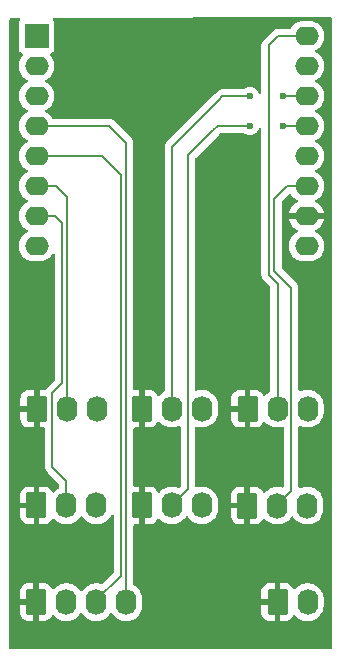
<source format=gtl>
G04 #@! TF.GenerationSoftware,KiCad,Pcbnew,8.0.4*
G04 #@! TF.CreationDate,2024-07-25T20:30:30+02:00*
G04 #@! TF.ProjectId,hmmctrl,686d6d63-7472-46c2-9e6b-696361645f70,rev?*
G04 #@! TF.SameCoordinates,Original*
G04 #@! TF.FileFunction,Copper,L1,Top*
G04 #@! TF.FilePolarity,Positive*
%FSLAX46Y46*%
G04 Gerber Fmt 4.6, Leading zero omitted, Abs format (unit mm)*
G04 Created by KiCad (PCBNEW 8.0.4) date 2024-07-25 20:30:30*
%MOMM*%
%LPD*%
G01*
G04 APERTURE LIST*
G04 Aperture macros list*
%AMRoundRect*
0 Rectangle with rounded corners*
0 $1 Rounding radius*
0 $2 $3 $4 $5 $6 $7 $8 $9 X,Y pos of 4 corners*
0 Add a 4 corners polygon primitive as box body*
4,1,4,$2,$3,$4,$5,$6,$7,$8,$9,$2,$3,0*
0 Add four circle primitives for the rounded corners*
1,1,$1+$1,$2,$3*
1,1,$1+$1,$4,$5*
1,1,$1+$1,$6,$7*
1,1,$1+$1,$8,$9*
0 Add four rect primitives between the rounded corners*
20,1,$1+$1,$2,$3,$4,$5,0*
20,1,$1+$1,$4,$5,$6,$7,0*
20,1,$1+$1,$6,$7,$8,$9,0*
20,1,$1+$1,$8,$9,$2,$3,0*%
G04 Aperture macros list end*
G04 #@! TA.AperFunction,ComponentPad*
%ADD10RoundRect,0.250000X-0.620000X-0.845000X0.620000X-0.845000X0.620000X0.845000X-0.620000X0.845000X0*%
G04 #@! TD*
G04 #@! TA.AperFunction,ComponentPad*
%ADD11O,1.740000X2.190000*%
G04 #@! TD*
G04 #@! TA.AperFunction,ComponentPad*
%ADD12R,2.000000X2.000000*%
G04 #@! TD*
G04 #@! TA.AperFunction,ComponentPad*
%ADD13O,2.000000X1.600000*%
G04 #@! TD*
G04 #@! TA.AperFunction,ViaPad*
%ADD14C,0.600000*%
G04 #@! TD*
G04 #@! TA.AperFunction,Conductor*
%ADD15C,0.200000*%
G04 #@! TD*
G04 APERTURE END LIST*
D10*
X90730000Y-86230000D03*
D11*
X93270000Y-86230000D03*
X95810000Y-86230000D03*
X98350000Y-86230000D03*
D10*
X90760000Y-69850000D03*
D11*
X93300000Y-69850000D03*
X95840000Y-69850000D03*
D10*
X99675000Y-78050000D03*
D11*
X102215000Y-78050000D03*
X104755000Y-78050000D03*
X95830000Y-78050000D03*
X93290000Y-78050000D03*
D10*
X90750000Y-78050000D03*
X108620000Y-69850000D03*
D11*
X111160000Y-69850000D03*
X113700000Y-69850000D03*
D10*
X99670000Y-69850000D03*
D11*
X102210000Y-69850000D03*
X104750000Y-69850000D03*
D10*
X111160000Y-86230000D03*
D11*
X113700000Y-86230000D03*
D10*
X108600000Y-78055000D03*
D11*
X111140000Y-78055000D03*
X113680000Y-78055000D03*
D12*
X90755000Y-38310000D03*
D13*
X90755000Y-40850000D03*
X90755000Y-43390000D03*
X90755000Y-45930000D03*
X90755000Y-48470000D03*
X90755000Y-51010000D03*
X90755000Y-53550000D03*
X90755000Y-56090000D03*
X113615000Y-56090000D03*
X113615000Y-53550000D03*
X113615000Y-51010000D03*
X113615000Y-48470000D03*
X113615000Y-45930000D03*
X113615000Y-43390000D03*
X113615000Y-40850000D03*
X113615000Y-38310000D03*
D14*
X111600000Y-43400000D03*
X108800000Y-43400000D03*
X111600000Y-45900000D03*
X108800000Y-45900000D03*
D15*
X90755000Y-53550000D02*
X92350000Y-53550000D01*
X92350000Y-53550000D02*
X92900000Y-54100000D01*
X92900000Y-54100000D02*
X92900000Y-67700000D01*
X92900000Y-67700000D02*
X92100000Y-68500000D01*
X92100000Y-74800000D02*
X93290000Y-75990000D01*
X92100000Y-68500000D02*
X92100000Y-74800000D01*
X93290000Y-75990000D02*
X93290000Y-78050000D01*
X111140000Y-78055000D02*
X112330000Y-76865000D01*
X112330000Y-76865000D02*
X112330000Y-59630000D01*
X112330000Y-59630000D02*
X110900000Y-58200000D01*
X110900000Y-58200000D02*
X110900000Y-52100000D01*
X110900000Y-52100000D02*
X111990000Y-51010000D01*
X111990000Y-51010000D02*
X113615000Y-51010000D01*
X111160000Y-69850000D02*
X111160000Y-59260000D01*
X110400000Y-58500000D02*
X110400000Y-39100000D01*
X111160000Y-59260000D02*
X110400000Y-58500000D01*
X110400000Y-39100000D02*
X111190000Y-38310000D01*
X111190000Y-38310000D02*
X113615000Y-38310000D01*
X93300000Y-51900000D02*
X92400000Y-51000000D01*
X93300000Y-69850000D02*
X93300000Y-51900000D01*
X92400000Y-51000000D02*
X92390000Y-51010000D01*
X92390000Y-51010000D02*
X90755000Y-51010000D01*
X95810000Y-86230000D02*
X95810000Y-86090000D01*
X95810000Y-86090000D02*
X97900000Y-84000000D01*
X97900000Y-84000000D02*
X97900000Y-50100000D01*
X97900000Y-50100000D02*
X96270000Y-48470000D01*
X96270000Y-48470000D02*
X90755000Y-48470000D01*
X90755000Y-45930000D02*
X96930000Y-45930000D01*
X96930000Y-45930000D02*
X98350000Y-47350000D01*
X98350000Y-47350000D02*
X98350000Y-86230000D01*
X113615000Y-43390000D02*
X111610000Y-43390000D01*
X111600000Y-43400000D02*
X111610000Y-43390000D01*
X106500000Y-43400000D02*
X108800000Y-43400000D01*
X106200000Y-43700000D02*
X106500000Y-43400000D01*
X102210000Y-69850000D02*
X102210000Y-47690000D01*
X102210000Y-47690000D02*
X106200000Y-43700000D01*
X111600000Y-45900000D02*
X111700000Y-45900000D01*
X111700000Y-45900000D02*
X111730000Y-45930000D01*
X111730000Y-45930000D02*
X113615000Y-45930000D01*
X108800000Y-45900000D02*
X108700000Y-45900000D01*
X105700000Y-46300000D02*
X106100000Y-45900000D01*
X106100000Y-45900000D02*
X108800000Y-45900000D01*
X102215000Y-78050000D02*
X103580000Y-76685000D01*
X103580000Y-76685000D02*
X103580000Y-48420000D01*
X103580000Y-48420000D02*
X105700000Y-46300000D01*
G04 #@! TA.AperFunction,Conductor*
G36*
X115692170Y-36721654D02*
G01*
X115738112Y-36774296D01*
X115749500Y-36826206D01*
X115749500Y-90075500D01*
X115729815Y-90142539D01*
X115677011Y-90188294D01*
X115625500Y-90199500D01*
X88574500Y-90199500D01*
X88507461Y-90179815D01*
X88461706Y-90127011D01*
X88450500Y-90075500D01*
X88450500Y-36921793D01*
X88470185Y-36854754D01*
X88522989Y-36808999D01*
X88574058Y-36797794D01*
X89266907Y-36795346D01*
X89334013Y-36814793D01*
X89379955Y-36867435D01*
X89390142Y-36936558D01*
X89366610Y-36993656D01*
X89311204Y-37067668D01*
X89311202Y-37067671D01*
X89260908Y-37202517D01*
X89254501Y-37262116D01*
X89254501Y-37262123D01*
X89254500Y-37262135D01*
X89254500Y-39357870D01*
X89254501Y-39357876D01*
X89260908Y-39417483D01*
X89311202Y-39552328D01*
X89311206Y-39552335D01*
X89397452Y-39667544D01*
X89397455Y-39667547D01*
X89512664Y-39753793D01*
X89512673Y-39753798D01*
X89549914Y-39767688D01*
X89605848Y-39809559D01*
X89630266Y-39875023D01*
X89615415Y-39943296D01*
X89594265Y-39971550D01*
X89563027Y-40002787D01*
X89442715Y-40168386D01*
X89349781Y-40350776D01*
X89286522Y-40545465D01*
X89254500Y-40747648D01*
X89254500Y-40952351D01*
X89286522Y-41154534D01*
X89349781Y-41349223D01*
X89442715Y-41531613D01*
X89563028Y-41697213D01*
X89707786Y-41841971D01*
X89862749Y-41954556D01*
X89873390Y-41962287D01*
X89964840Y-42008883D01*
X89966080Y-42009515D01*
X90016876Y-42057490D01*
X90033671Y-42125311D01*
X90011134Y-42191446D01*
X89966080Y-42230485D01*
X89873386Y-42277715D01*
X89707786Y-42398028D01*
X89563028Y-42542786D01*
X89442715Y-42708386D01*
X89349781Y-42890776D01*
X89286522Y-43085465D01*
X89254500Y-43287648D01*
X89254500Y-43492351D01*
X89286522Y-43694534D01*
X89349781Y-43889223D01*
X89413691Y-44014653D01*
X89441238Y-44068716D01*
X89442715Y-44071613D01*
X89563028Y-44237213D01*
X89707786Y-44381971D01*
X89862749Y-44494556D01*
X89873390Y-44502287D01*
X89964840Y-44548883D01*
X89966080Y-44549515D01*
X90016876Y-44597490D01*
X90033671Y-44665311D01*
X90011134Y-44731446D01*
X89966080Y-44770485D01*
X89873386Y-44817715D01*
X89707786Y-44938028D01*
X89563028Y-45082786D01*
X89442715Y-45248386D01*
X89349781Y-45430776D01*
X89286522Y-45625465D01*
X89254500Y-45827648D01*
X89254500Y-46032351D01*
X89286522Y-46234534D01*
X89349781Y-46429223D01*
X89410001Y-46547409D01*
X89430726Y-46588085D01*
X89442715Y-46611613D01*
X89563028Y-46777213D01*
X89707786Y-46921971D01*
X89862749Y-47034556D01*
X89873390Y-47042287D01*
X89964840Y-47088883D01*
X89966080Y-47089515D01*
X90016876Y-47137490D01*
X90033671Y-47205311D01*
X90011134Y-47271446D01*
X89966080Y-47310485D01*
X89873388Y-47357714D01*
X89707786Y-47478028D01*
X89563028Y-47622786D01*
X89442715Y-47788386D01*
X89349781Y-47970776D01*
X89286522Y-48165465D01*
X89254500Y-48367648D01*
X89254500Y-48572351D01*
X89286522Y-48774534D01*
X89349781Y-48969223D01*
X89442715Y-49151613D01*
X89563028Y-49317213D01*
X89707786Y-49461971D01*
X89862749Y-49574556D01*
X89873390Y-49582287D01*
X89964840Y-49628883D01*
X89966080Y-49629515D01*
X90016876Y-49677490D01*
X90033671Y-49745311D01*
X90011134Y-49811446D01*
X89966080Y-49850485D01*
X89873386Y-49897715D01*
X89707786Y-50018028D01*
X89563028Y-50162786D01*
X89442715Y-50328386D01*
X89349781Y-50510776D01*
X89286522Y-50705465D01*
X89254500Y-50907648D01*
X89254500Y-51112351D01*
X89286522Y-51314534D01*
X89349781Y-51509223D01*
X89401385Y-51610500D01*
X89437682Y-51681737D01*
X89442715Y-51691613D01*
X89563028Y-51857213D01*
X89707786Y-52001971D01*
X89859804Y-52112416D01*
X89873390Y-52122287D01*
X89964840Y-52168883D01*
X89966080Y-52169515D01*
X90016876Y-52217490D01*
X90033671Y-52285311D01*
X90011134Y-52351446D01*
X89966080Y-52390485D01*
X89873386Y-52437715D01*
X89707786Y-52558028D01*
X89563028Y-52702786D01*
X89442715Y-52868386D01*
X89349781Y-53050776D01*
X89286522Y-53245465D01*
X89254500Y-53447648D01*
X89254500Y-53652351D01*
X89286522Y-53854534D01*
X89349781Y-54049223D01*
X89442715Y-54231613D01*
X89563028Y-54397213D01*
X89707786Y-54541971D01*
X89862749Y-54654556D01*
X89873390Y-54662287D01*
X89964840Y-54708883D01*
X89966080Y-54709515D01*
X90016876Y-54757490D01*
X90033671Y-54825311D01*
X90011134Y-54891446D01*
X89966080Y-54930485D01*
X89873386Y-54977715D01*
X89707786Y-55098028D01*
X89563028Y-55242786D01*
X89442715Y-55408386D01*
X89349781Y-55590776D01*
X89286522Y-55785465D01*
X89254500Y-55987648D01*
X89254500Y-56192351D01*
X89286522Y-56394534D01*
X89349781Y-56589223D01*
X89410941Y-56709254D01*
X89440649Y-56767560D01*
X89442715Y-56771613D01*
X89563028Y-56937213D01*
X89707786Y-57081971D01*
X89862749Y-57194556D01*
X89873390Y-57202287D01*
X89989607Y-57261503D01*
X90055776Y-57295218D01*
X90055778Y-57295218D01*
X90055781Y-57295220D01*
X90160137Y-57329127D01*
X90250465Y-57358477D01*
X90351557Y-57374488D01*
X90452648Y-57390500D01*
X90452649Y-57390500D01*
X91057351Y-57390500D01*
X91057352Y-57390500D01*
X91259534Y-57358477D01*
X91454219Y-57295220D01*
X91636610Y-57202287D01*
X91729590Y-57134732D01*
X91802213Y-57081971D01*
X91802215Y-57081968D01*
X91802219Y-57081966D01*
X91946966Y-56937219D01*
X91946968Y-56937215D01*
X91946971Y-56937213D01*
X92067286Y-56771611D01*
X92069769Y-56767560D01*
X92121577Y-56720681D01*
X92190506Y-56709254D01*
X92254671Y-56736907D01*
X92293699Y-56794860D01*
X92299500Y-56832343D01*
X92299500Y-67399902D01*
X92279815Y-67466941D01*
X92263181Y-67487583D01*
X91619481Y-68131282D01*
X91619477Y-68131287D01*
X91591054Y-68180519D01*
X91591050Y-68180526D01*
X91581606Y-68196881D01*
X91531036Y-68245093D01*
X91462428Y-68258312D01*
X91461622Y-68258232D01*
X91429991Y-68255000D01*
X91010000Y-68255000D01*
X91010000Y-69307290D01*
X90989661Y-69295548D01*
X90838333Y-69255000D01*
X90681667Y-69255000D01*
X90530339Y-69295548D01*
X90510000Y-69307290D01*
X90510000Y-68255000D01*
X90090028Y-68255000D01*
X90090012Y-68255001D01*
X89987302Y-68265494D01*
X89820880Y-68320641D01*
X89820875Y-68320643D01*
X89671654Y-68412684D01*
X89547684Y-68536654D01*
X89455643Y-68685875D01*
X89455641Y-68685880D01*
X89400494Y-68852302D01*
X89400493Y-68852309D01*
X89390000Y-68955013D01*
X89390000Y-69600000D01*
X90217291Y-69600000D01*
X90205548Y-69620339D01*
X90165000Y-69771667D01*
X90165000Y-69928333D01*
X90205548Y-70079661D01*
X90217291Y-70100000D01*
X89390001Y-70100000D01*
X89390001Y-70744986D01*
X89400494Y-70847697D01*
X89455641Y-71014119D01*
X89455643Y-71014124D01*
X89547684Y-71163345D01*
X89671654Y-71287315D01*
X89820875Y-71379356D01*
X89820880Y-71379358D01*
X89987302Y-71434505D01*
X89987309Y-71434506D01*
X90090019Y-71444999D01*
X90509999Y-71444999D01*
X90510000Y-71444998D01*
X90510000Y-70392709D01*
X90530339Y-70404452D01*
X90681667Y-70445000D01*
X90838333Y-70445000D01*
X90989661Y-70404452D01*
X91010000Y-70392709D01*
X91010000Y-71444999D01*
X91375500Y-71444999D01*
X91442539Y-71464684D01*
X91488294Y-71517488D01*
X91499500Y-71568999D01*
X91499500Y-74713330D01*
X91499499Y-74713348D01*
X91499499Y-74879054D01*
X91499498Y-74879054D01*
X91540423Y-75031785D01*
X91569358Y-75081900D01*
X91569359Y-75081904D01*
X91569360Y-75081904D01*
X91619479Y-75168714D01*
X91619481Y-75168717D01*
X91738349Y-75287585D01*
X91738355Y-75287590D01*
X92653181Y-76202416D01*
X92686666Y-76263739D01*
X92689500Y-76290097D01*
X92689500Y-76516833D01*
X92669815Y-76583872D01*
X92621796Y-76627317D01*
X92571703Y-76652841D01*
X92397180Y-76779640D01*
X92254816Y-76922004D01*
X92193493Y-76955488D01*
X92123801Y-76950504D01*
X92067868Y-76908632D01*
X92054748Y-76886716D01*
X92054356Y-76885876D01*
X91962315Y-76736654D01*
X91838345Y-76612684D01*
X91689124Y-76520643D01*
X91689119Y-76520641D01*
X91522697Y-76465494D01*
X91522690Y-76465493D01*
X91419986Y-76455000D01*
X91000000Y-76455000D01*
X91000000Y-77507290D01*
X90979661Y-77495548D01*
X90828333Y-77455000D01*
X90671667Y-77455000D01*
X90520339Y-77495548D01*
X90500000Y-77507290D01*
X90500000Y-76455000D01*
X90080028Y-76455000D01*
X90080012Y-76455001D01*
X89977302Y-76465494D01*
X89810880Y-76520641D01*
X89810875Y-76520643D01*
X89661654Y-76612684D01*
X89537684Y-76736654D01*
X89445643Y-76885875D01*
X89445641Y-76885880D01*
X89390494Y-77052302D01*
X89390493Y-77052309D01*
X89380000Y-77155013D01*
X89380000Y-77800000D01*
X90207291Y-77800000D01*
X90195548Y-77820339D01*
X90155000Y-77971667D01*
X90155000Y-78128333D01*
X90195548Y-78279661D01*
X90207291Y-78300000D01*
X89380001Y-78300000D01*
X89380001Y-78944986D01*
X89390494Y-79047697D01*
X89445641Y-79214119D01*
X89445643Y-79214124D01*
X89537684Y-79363345D01*
X89661654Y-79487315D01*
X89810875Y-79579356D01*
X89810880Y-79579358D01*
X89977302Y-79634505D01*
X89977309Y-79634506D01*
X90080019Y-79644999D01*
X90499999Y-79644999D01*
X90500000Y-79644998D01*
X90500000Y-78592709D01*
X90520339Y-78604452D01*
X90671667Y-78645000D01*
X90828333Y-78645000D01*
X90979661Y-78604452D01*
X91000000Y-78592709D01*
X91000000Y-79644999D01*
X91419972Y-79644999D01*
X91419986Y-79644998D01*
X91522697Y-79634505D01*
X91689119Y-79579358D01*
X91689124Y-79579356D01*
X91838345Y-79487315D01*
X91962315Y-79363345D01*
X92054354Y-79214127D01*
X92054745Y-79213289D01*
X92055167Y-79212809D01*
X92058149Y-79207975D01*
X92058974Y-79208484D01*
X92100910Y-79160843D01*
X92168100Y-79141681D01*
X92234984Y-79161887D01*
X92254816Y-79177996D01*
X92397179Y-79320359D01*
X92571701Y-79447157D01*
X92763911Y-79545092D01*
X92969074Y-79611754D01*
X93048973Y-79624408D01*
X93182134Y-79645500D01*
X93182139Y-79645500D01*
X93397866Y-79645500D01*
X93516230Y-79626752D01*
X93610926Y-79611754D01*
X93816089Y-79545092D01*
X94008299Y-79447157D01*
X94182821Y-79320359D01*
X94335359Y-79167821D01*
X94459682Y-78996704D01*
X94515012Y-78954040D01*
X94584626Y-78948061D01*
X94646420Y-78980667D01*
X94660315Y-78996702D01*
X94784641Y-79167821D01*
X94937179Y-79320359D01*
X95111701Y-79447157D01*
X95303911Y-79545092D01*
X95509074Y-79611754D01*
X95588973Y-79624408D01*
X95722134Y-79645500D01*
X95722139Y-79645500D01*
X95937866Y-79645500D01*
X96056230Y-79626752D01*
X96150926Y-79611754D01*
X96356089Y-79545092D01*
X96548299Y-79447157D01*
X96722821Y-79320359D01*
X96875359Y-79167821D01*
X97002157Y-78993299D01*
X97025207Y-78948061D01*
X97065015Y-78869933D01*
X97112989Y-78819136D01*
X97180810Y-78802341D01*
X97246945Y-78824878D01*
X97290397Y-78879593D01*
X97299500Y-78926227D01*
X97299500Y-83699902D01*
X97279815Y-83766941D01*
X97263181Y-83787583D01*
X96374549Y-84676214D01*
X96313226Y-84709699D01*
X96248551Y-84706464D01*
X96130927Y-84668246D01*
X96130922Y-84668245D01*
X95917866Y-84634500D01*
X95917861Y-84634500D01*
X95702139Y-84634500D01*
X95702134Y-84634500D01*
X95489077Y-84668245D01*
X95283908Y-84734909D01*
X95091700Y-84832843D01*
X94992129Y-84905186D01*
X94917179Y-84959641D01*
X94917177Y-84959643D01*
X94917176Y-84959643D01*
X94764643Y-85112176D01*
X94764643Y-85112177D01*
X94764641Y-85112179D01*
X94747706Y-85135488D01*
X94640318Y-85283294D01*
X94584988Y-85325959D01*
X94515374Y-85331938D01*
X94453579Y-85299332D01*
X94439682Y-85283294D01*
X94402639Y-85232309D01*
X94315359Y-85112179D01*
X94162821Y-84959641D01*
X93988299Y-84832843D01*
X93796089Y-84734908D01*
X93590926Y-84668246D01*
X93590924Y-84668245D01*
X93590922Y-84668245D01*
X93377866Y-84634500D01*
X93377861Y-84634500D01*
X93162139Y-84634500D01*
X93162134Y-84634500D01*
X92949077Y-84668245D01*
X92743908Y-84734909D01*
X92551700Y-84832843D01*
X92377180Y-84959640D01*
X92234816Y-85102004D01*
X92173493Y-85135488D01*
X92103801Y-85130504D01*
X92047868Y-85088632D01*
X92034748Y-85066716D01*
X92034356Y-85065876D01*
X91942315Y-84916654D01*
X91818345Y-84792684D01*
X91669124Y-84700643D01*
X91669119Y-84700641D01*
X91502697Y-84645494D01*
X91502690Y-84645493D01*
X91399986Y-84635000D01*
X90980000Y-84635000D01*
X90980000Y-85687290D01*
X90959661Y-85675548D01*
X90808333Y-85635000D01*
X90651667Y-85635000D01*
X90500339Y-85675548D01*
X90480000Y-85687290D01*
X90480000Y-84635000D01*
X90060028Y-84635000D01*
X90060012Y-84635001D01*
X89957302Y-84645494D01*
X89790880Y-84700641D01*
X89790875Y-84700643D01*
X89641654Y-84792684D01*
X89517684Y-84916654D01*
X89425643Y-85065875D01*
X89425641Y-85065880D01*
X89370494Y-85232302D01*
X89370493Y-85232309D01*
X89360000Y-85335013D01*
X89360000Y-85980000D01*
X90187291Y-85980000D01*
X90175548Y-86000339D01*
X90135000Y-86151667D01*
X90135000Y-86308333D01*
X90175548Y-86459661D01*
X90187291Y-86480000D01*
X89360001Y-86480000D01*
X89360001Y-87124986D01*
X89370494Y-87227697D01*
X89425641Y-87394119D01*
X89425643Y-87394124D01*
X89517684Y-87543345D01*
X89641654Y-87667315D01*
X89790875Y-87759356D01*
X89790880Y-87759358D01*
X89957302Y-87814505D01*
X89957309Y-87814506D01*
X90060019Y-87824999D01*
X90479999Y-87824999D01*
X90480000Y-87824998D01*
X90480000Y-86772709D01*
X90500339Y-86784452D01*
X90651667Y-86825000D01*
X90808333Y-86825000D01*
X90959661Y-86784452D01*
X90980000Y-86772709D01*
X90980000Y-87824999D01*
X91399972Y-87824999D01*
X91399986Y-87824998D01*
X91502697Y-87814505D01*
X91669119Y-87759358D01*
X91669124Y-87759356D01*
X91818345Y-87667315D01*
X91942315Y-87543345D01*
X92034354Y-87394127D01*
X92034745Y-87393289D01*
X92035167Y-87392809D01*
X92038149Y-87387975D01*
X92038974Y-87388484D01*
X92080910Y-87340843D01*
X92148100Y-87321681D01*
X92214984Y-87341887D01*
X92234816Y-87357996D01*
X92377179Y-87500359D01*
X92551701Y-87627157D01*
X92743911Y-87725092D01*
X92949074Y-87791754D01*
X93028973Y-87804408D01*
X93162134Y-87825500D01*
X93162139Y-87825500D01*
X93377866Y-87825500D01*
X93496230Y-87806752D01*
X93590926Y-87791754D01*
X93796089Y-87725092D01*
X93988299Y-87627157D01*
X94162821Y-87500359D01*
X94315359Y-87347821D01*
X94439682Y-87176704D01*
X94495012Y-87134040D01*
X94564626Y-87128061D01*
X94626420Y-87160667D01*
X94640315Y-87176702D01*
X94764641Y-87347821D01*
X94917179Y-87500359D01*
X95091701Y-87627157D01*
X95283911Y-87725092D01*
X95489074Y-87791754D01*
X95568973Y-87804408D01*
X95702134Y-87825500D01*
X95702139Y-87825500D01*
X95917866Y-87825500D01*
X96036230Y-87806752D01*
X96130926Y-87791754D01*
X96336089Y-87725092D01*
X96528299Y-87627157D01*
X96702821Y-87500359D01*
X96855359Y-87347821D01*
X96979682Y-87176704D01*
X97035012Y-87134040D01*
X97104626Y-87128061D01*
X97166420Y-87160667D01*
X97180315Y-87176702D01*
X97304641Y-87347821D01*
X97457179Y-87500359D01*
X97631701Y-87627157D01*
X97823911Y-87725092D01*
X98029074Y-87791754D01*
X98108973Y-87804408D01*
X98242134Y-87825500D01*
X98242139Y-87825500D01*
X98457866Y-87825500D01*
X98576230Y-87806752D01*
X98670926Y-87791754D01*
X98876089Y-87725092D01*
X99068299Y-87627157D01*
X99242821Y-87500359D01*
X99395359Y-87347821D01*
X99522157Y-87173299D01*
X99620092Y-86981089D01*
X99686754Y-86775926D01*
X99701752Y-86681230D01*
X99720500Y-86562866D01*
X99720500Y-85897133D01*
X99686754Y-85684077D01*
X99686754Y-85684074D01*
X99620092Y-85478911D01*
X99546773Y-85335013D01*
X109790000Y-85335013D01*
X109790000Y-85980000D01*
X110617291Y-85980000D01*
X110605548Y-86000339D01*
X110565000Y-86151667D01*
X110565000Y-86308333D01*
X110605548Y-86459661D01*
X110617291Y-86480000D01*
X109790001Y-86480000D01*
X109790001Y-87124986D01*
X109800494Y-87227697D01*
X109855641Y-87394119D01*
X109855643Y-87394124D01*
X109947684Y-87543345D01*
X110071654Y-87667315D01*
X110220875Y-87759356D01*
X110220880Y-87759358D01*
X110387302Y-87814505D01*
X110387309Y-87814506D01*
X110490019Y-87824999D01*
X110909999Y-87824999D01*
X110910000Y-87824998D01*
X110910000Y-86772709D01*
X110930339Y-86784452D01*
X111081667Y-86825000D01*
X111238333Y-86825000D01*
X111389661Y-86784452D01*
X111410000Y-86772709D01*
X111410000Y-87824999D01*
X111829972Y-87824999D01*
X111829986Y-87824998D01*
X111932697Y-87814505D01*
X112099119Y-87759358D01*
X112099124Y-87759356D01*
X112248345Y-87667315D01*
X112372315Y-87543345D01*
X112464354Y-87394127D01*
X112464745Y-87393289D01*
X112465167Y-87392809D01*
X112468149Y-87387975D01*
X112468974Y-87388484D01*
X112510910Y-87340843D01*
X112578100Y-87321681D01*
X112644984Y-87341887D01*
X112664816Y-87357996D01*
X112807179Y-87500359D01*
X112981701Y-87627157D01*
X113173911Y-87725092D01*
X113379074Y-87791754D01*
X113458973Y-87804408D01*
X113592134Y-87825500D01*
X113592139Y-87825500D01*
X113807866Y-87825500D01*
X113926230Y-87806752D01*
X114020926Y-87791754D01*
X114226089Y-87725092D01*
X114418299Y-87627157D01*
X114592821Y-87500359D01*
X114745359Y-87347821D01*
X114872157Y-87173299D01*
X114970092Y-86981089D01*
X115036754Y-86775926D01*
X115051752Y-86681230D01*
X115070500Y-86562866D01*
X115070500Y-85897133D01*
X115036754Y-85684077D01*
X115036754Y-85684074D01*
X114970092Y-85478911D01*
X114872157Y-85286701D01*
X114745359Y-85112179D01*
X114592821Y-84959641D01*
X114418299Y-84832843D01*
X114226089Y-84734908D01*
X114020926Y-84668246D01*
X114020924Y-84668245D01*
X114020922Y-84668245D01*
X113807866Y-84634500D01*
X113807861Y-84634500D01*
X113592139Y-84634500D01*
X113592134Y-84634500D01*
X113379077Y-84668245D01*
X113173908Y-84734909D01*
X112981700Y-84832843D01*
X112807180Y-84959640D01*
X112664816Y-85102004D01*
X112603493Y-85135488D01*
X112533801Y-85130504D01*
X112477868Y-85088632D01*
X112464748Y-85066716D01*
X112464356Y-85065876D01*
X112372315Y-84916654D01*
X112248345Y-84792684D01*
X112099124Y-84700643D01*
X112099119Y-84700641D01*
X111932697Y-84645494D01*
X111932690Y-84645493D01*
X111829986Y-84635000D01*
X111410000Y-84635000D01*
X111410000Y-85687290D01*
X111389661Y-85675548D01*
X111238333Y-85635000D01*
X111081667Y-85635000D01*
X110930339Y-85675548D01*
X110910000Y-85687290D01*
X110910000Y-84635000D01*
X110490028Y-84635000D01*
X110490012Y-84635001D01*
X110387302Y-84645494D01*
X110220880Y-84700641D01*
X110220875Y-84700643D01*
X110071654Y-84792684D01*
X109947684Y-84916654D01*
X109855643Y-85065875D01*
X109855641Y-85065880D01*
X109800494Y-85232302D01*
X109800493Y-85232309D01*
X109790000Y-85335013D01*
X99546773Y-85335013D01*
X99522157Y-85286701D01*
X99395359Y-85112179D01*
X99242821Y-84959641D01*
X99068299Y-84832843D01*
X99068298Y-84832842D01*
X99068296Y-84832841D01*
X99018204Y-84807317D01*
X98967408Y-84759342D01*
X98950500Y-84696833D01*
X98950500Y-79768999D01*
X98970185Y-79701960D01*
X99022989Y-79656205D01*
X99074500Y-79644999D01*
X99424999Y-79644999D01*
X99425000Y-79644998D01*
X99425000Y-78592709D01*
X99445339Y-78604452D01*
X99596667Y-78645000D01*
X99753333Y-78645000D01*
X99904661Y-78604452D01*
X99925000Y-78592709D01*
X99925000Y-79644999D01*
X100344972Y-79644999D01*
X100344986Y-79644998D01*
X100447697Y-79634505D01*
X100614119Y-79579358D01*
X100614124Y-79579356D01*
X100763345Y-79487315D01*
X100887315Y-79363345D01*
X100979354Y-79214127D01*
X100979745Y-79213289D01*
X100980167Y-79212809D01*
X100983149Y-79207975D01*
X100983974Y-79208484D01*
X101025910Y-79160843D01*
X101093100Y-79141681D01*
X101159984Y-79161887D01*
X101179816Y-79177996D01*
X101322179Y-79320359D01*
X101496701Y-79447157D01*
X101688911Y-79545092D01*
X101894074Y-79611754D01*
X101973973Y-79624408D01*
X102107134Y-79645500D01*
X102107139Y-79645500D01*
X102322866Y-79645500D01*
X102441230Y-79626752D01*
X102535926Y-79611754D01*
X102741089Y-79545092D01*
X102933299Y-79447157D01*
X103107821Y-79320359D01*
X103260359Y-79167821D01*
X103384682Y-78996704D01*
X103440012Y-78954040D01*
X103509626Y-78948061D01*
X103571420Y-78980667D01*
X103585315Y-78996702D01*
X103709641Y-79167821D01*
X103862179Y-79320359D01*
X104036701Y-79447157D01*
X104228911Y-79545092D01*
X104434074Y-79611754D01*
X104513973Y-79624408D01*
X104647134Y-79645500D01*
X104647139Y-79645500D01*
X104862866Y-79645500D01*
X104981230Y-79626752D01*
X105075926Y-79611754D01*
X105281089Y-79545092D01*
X105473299Y-79447157D01*
X105647821Y-79320359D01*
X105800359Y-79167821D01*
X105927157Y-78993299D01*
X106025092Y-78801089D01*
X106091754Y-78595926D01*
X106106752Y-78501230D01*
X106125500Y-78382866D01*
X106125500Y-77717133D01*
X106092546Y-77509077D01*
X106091754Y-77504074D01*
X106025092Y-77298911D01*
X105927157Y-77106701D01*
X105800359Y-76932179D01*
X105647821Y-76779641D01*
X105473299Y-76652843D01*
X105281089Y-76554908D01*
X105075926Y-76488246D01*
X105075924Y-76488245D01*
X105075922Y-76488245D01*
X104862866Y-76454500D01*
X104862861Y-76454500D01*
X104647139Y-76454500D01*
X104647134Y-76454500D01*
X104434077Y-76488245D01*
X104434072Y-76488246D01*
X104342817Y-76517896D01*
X104272976Y-76519891D01*
X104213143Y-76483810D01*
X104182316Y-76421108D01*
X104180500Y-76399965D01*
X104180500Y-71501658D01*
X104200185Y-71434619D01*
X104252989Y-71388864D01*
X104322147Y-71378920D01*
X104342809Y-71383724D01*
X104429074Y-71411754D01*
X104535606Y-71428627D01*
X104642134Y-71445500D01*
X104642139Y-71445500D01*
X104857866Y-71445500D01*
X104988108Y-71424871D01*
X105070926Y-71411754D01*
X105276089Y-71345092D01*
X105468299Y-71247157D01*
X105642821Y-71120359D01*
X105795359Y-70967821D01*
X105922157Y-70793299D01*
X106020092Y-70601089D01*
X106086754Y-70395926D01*
X106101752Y-70301230D01*
X106120500Y-70182866D01*
X106120500Y-69517133D01*
X106086754Y-69304077D01*
X106086754Y-69304074D01*
X106020092Y-69098911D01*
X105922157Y-68906701D01*
X105795359Y-68732179D01*
X105642821Y-68579641D01*
X105468299Y-68452843D01*
X105276089Y-68354908D01*
X105070926Y-68288246D01*
X105070924Y-68288245D01*
X105070922Y-68288245D01*
X104857866Y-68254500D01*
X104857861Y-68254500D01*
X104642139Y-68254500D01*
X104642134Y-68254500D01*
X104429077Y-68288245D01*
X104429072Y-68288246D01*
X104342817Y-68316272D01*
X104272976Y-68318267D01*
X104213144Y-68282186D01*
X104182316Y-68219485D01*
X104180500Y-68198341D01*
X104180500Y-48720097D01*
X104200185Y-48653058D01*
X104216819Y-48632416D01*
X105080178Y-47769057D01*
X106180520Y-46668716D01*
X106180520Y-46668714D01*
X106190725Y-46658510D01*
X106190727Y-46658506D01*
X106312417Y-46536818D01*
X106373741Y-46503334D01*
X106400098Y-46500500D01*
X108217588Y-46500500D01*
X108284627Y-46520185D01*
X108294903Y-46527555D01*
X108297736Y-46529814D01*
X108297738Y-46529816D01*
X108406578Y-46598205D01*
X108427918Y-46611614D01*
X108450478Y-46625789D01*
X108620745Y-46685368D01*
X108620750Y-46685369D01*
X108799996Y-46705565D01*
X108800000Y-46705565D01*
X108800004Y-46705565D01*
X108979249Y-46685369D01*
X108979252Y-46685368D01*
X108979255Y-46685368D01*
X109149522Y-46625789D01*
X109302262Y-46529816D01*
X109429816Y-46402262D01*
X109525789Y-46249522D01*
X109558458Y-46156160D01*
X109599180Y-46099383D01*
X109664133Y-46073636D01*
X109732694Y-46087092D01*
X109783097Y-46135479D01*
X109799500Y-46197114D01*
X109799500Y-58413330D01*
X109799499Y-58413348D01*
X109799499Y-58579054D01*
X109799498Y-58579054D01*
X109799499Y-58579057D01*
X109840423Y-58731785D01*
X109840424Y-58731786D01*
X109856468Y-58759577D01*
X109856469Y-58759578D01*
X109919475Y-58868709D01*
X109919481Y-58868717D01*
X110038349Y-58987585D01*
X110038355Y-58987590D01*
X110523181Y-59472416D01*
X110556666Y-59533739D01*
X110559500Y-59560097D01*
X110559500Y-68316833D01*
X110539815Y-68383872D01*
X110491796Y-68427317D01*
X110441703Y-68452841D01*
X110267180Y-68579640D01*
X110124816Y-68722004D01*
X110063493Y-68755488D01*
X109993801Y-68750504D01*
X109937868Y-68708632D01*
X109924748Y-68686716D01*
X109924356Y-68685876D01*
X109832315Y-68536654D01*
X109708345Y-68412684D01*
X109559124Y-68320643D01*
X109559119Y-68320641D01*
X109392697Y-68265494D01*
X109392690Y-68265493D01*
X109289986Y-68255000D01*
X108870000Y-68255000D01*
X108870000Y-69307290D01*
X108849661Y-69295548D01*
X108698333Y-69255000D01*
X108541667Y-69255000D01*
X108390339Y-69295548D01*
X108370000Y-69307290D01*
X108370000Y-68255000D01*
X107950028Y-68255000D01*
X107950012Y-68255001D01*
X107847302Y-68265494D01*
X107680880Y-68320641D01*
X107680875Y-68320643D01*
X107531654Y-68412684D01*
X107407684Y-68536654D01*
X107315643Y-68685875D01*
X107315641Y-68685880D01*
X107260494Y-68852302D01*
X107260493Y-68852309D01*
X107250000Y-68955013D01*
X107250000Y-69600000D01*
X108077291Y-69600000D01*
X108065548Y-69620339D01*
X108025000Y-69771667D01*
X108025000Y-69928333D01*
X108065548Y-70079661D01*
X108077291Y-70100000D01*
X107250001Y-70100000D01*
X107250001Y-70744986D01*
X107260494Y-70847697D01*
X107315641Y-71014119D01*
X107315643Y-71014124D01*
X107407684Y-71163345D01*
X107531654Y-71287315D01*
X107680875Y-71379356D01*
X107680880Y-71379358D01*
X107847302Y-71434505D01*
X107847309Y-71434506D01*
X107950019Y-71444999D01*
X108369999Y-71444999D01*
X108370000Y-71444998D01*
X108370000Y-70392709D01*
X108390339Y-70404452D01*
X108541667Y-70445000D01*
X108698333Y-70445000D01*
X108849661Y-70404452D01*
X108870000Y-70392709D01*
X108870000Y-71444999D01*
X109289972Y-71444999D01*
X109289986Y-71444998D01*
X109392697Y-71434505D01*
X109559119Y-71379358D01*
X109559124Y-71379356D01*
X109708345Y-71287315D01*
X109832315Y-71163345D01*
X109924354Y-71014127D01*
X109924745Y-71013289D01*
X109925167Y-71012809D01*
X109928149Y-71007975D01*
X109928974Y-71008484D01*
X109970910Y-70960843D01*
X110038100Y-70941681D01*
X110104984Y-70961887D01*
X110124816Y-70977996D01*
X110267179Y-71120359D01*
X110441701Y-71247157D01*
X110633911Y-71345092D01*
X110839074Y-71411754D01*
X110912718Y-71423418D01*
X111052134Y-71445500D01*
X111052139Y-71445500D01*
X111267866Y-71445500D01*
X111364708Y-71430160D01*
X111480926Y-71411754D01*
X111567183Y-71383726D01*
X111637023Y-71381732D01*
X111696856Y-71417812D01*
X111727684Y-71480513D01*
X111729500Y-71501658D01*
X111729500Y-76409840D01*
X111709815Y-76476879D01*
X111657011Y-76522634D01*
X111587853Y-76532578D01*
X111567182Y-76527771D01*
X111551372Y-76522634D01*
X111460926Y-76493246D01*
X111460924Y-76493245D01*
X111460922Y-76493245D01*
X111247866Y-76459500D01*
X111247861Y-76459500D01*
X111032139Y-76459500D01*
X111032134Y-76459500D01*
X110819077Y-76493245D01*
X110613908Y-76559909D01*
X110421700Y-76657843D01*
X110247180Y-76784640D01*
X110104816Y-76927004D01*
X110043493Y-76960488D01*
X109973801Y-76955504D01*
X109917868Y-76913632D01*
X109904748Y-76891716D01*
X109904356Y-76890876D01*
X109812315Y-76741654D01*
X109688345Y-76617684D01*
X109539124Y-76525643D01*
X109539119Y-76525641D01*
X109372697Y-76470494D01*
X109372690Y-76470493D01*
X109269986Y-76460000D01*
X108850000Y-76460000D01*
X108850000Y-77512290D01*
X108829661Y-77500548D01*
X108678333Y-77460000D01*
X108521667Y-77460000D01*
X108370339Y-77500548D01*
X108350000Y-77512290D01*
X108350000Y-76460000D01*
X107930028Y-76460000D01*
X107930012Y-76460001D01*
X107827302Y-76470494D01*
X107660880Y-76525641D01*
X107660875Y-76525643D01*
X107511654Y-76617684D01*
X107387684Y-76741654D01*
X107295643Y-76890875D01*
X107295641Y-76890880D01*
X107240494Y-77057302D01*
X107240493Y-77057309D01*
X107230000Y-77160013D01*
X107230000Y-77805000D01*
X108057291Y-77805000D01*
X108045548Y-77825339D01*
X108005000Y-77976667D01*
X108005000Y-78133333D01*
X108045548Y-78284661D01*
X108057291Y-78305000D01*
X107230001Y-78305000D01*
X107230001Y-78949986D01*
X107240494Y-79052697D01*
X107295641Y-79219119D01*
X107295643Y-79219124D01*
X107387684Y-79368345D01*
X107511654Y-79492315D01*
X107660875Y-79584356D01*
X107660880Y-79584358D01*
X107827302Y-79639505D01*
X107827309Y-79639506D01*
X107930019Y-79649999D01*
X108349999Y-79649999D01*
X108350000Y-79649998D01*
X108350000Y-78597709D01*
X108370339Y-78609452D01*
X108521667Y-78650000D01*
X108678333Y-78650000D01*
X108829661Y-78609452D01*
X108850000Y-78597709D01*
X108850000Y-79649999D01*
X109269972Y-79649999D01*
X109269986Y-79649998D01*
X109372697Y-79639505D01*
X109539119Y-79584358D01*
X109539124Y-79584356D01*
X109688345Y-79492315D01*
X109812315Y-79368345D01*
X109904354Y-79219127D01*
X109904745Y-79218289D01*
X109905167Y-79217809D01*
X109908149Y-79212975D01*
X109908974Y-79213484D01*
X109950910Y-79165843D01*
X110018100Y-79146681D01*
X110084984Y-79166887D01*
X110104816Y-79182996D01*
X110247179Y-79325359D01*
X110421701Y-79452157D01*
X110613911Y-79550092D01*
X110819074Y-79616754D01*
X110898973Y-79629408D01*
X111032134Y-79650500D01*
X111032139Y-79650500D01*
X111247866Y-79650500D01*
X111366230Y-79631752D01*
X111460926Y-79616754D01*
X111666089Y-79550092D01*
X111858299Y-79452157D01*
X112032821Y-79325359D01*
X112185359Y-79172821D01*
X112309682Y-79001704D01*
X112365012Y-78959040D01*
X112434626Y-78953061D01*
X112496420Y-78985667D01*
X112510315Y-79001702D01*
X112634641Y-79172821D01*
X112787179Y-79325359D01*
X112961701Y-79452157D01*
X113153911Y-79550092D01*
X113359074Y-79616754D01*
X113438973Y-79629408D01*
X113572134Y-79650500D01*
X113572139Y-79650500D01*
X113787866Y-79650500D01*
X113906230Y-79631752D01*
X114000926Y-79616754D01*
X114206089Y-79550092D01*
X114398299Y-79452157D01*
X114572821Y-79325359D01*
X114725359Y-79172821D01*
X114852157Y-78998299D01*
X114950092Y-78806089D01*
X115016754Y-78600926D01*
X115031752Y-78506230D01*
X115050500Y-78387866D01*
X115050500Y-77722133D01*
X115027810Y-77578882D01*
X115016754Y-77509074D01*
X114950092Y-77303911D01*
X114852157Y-77111701D01*
X114725359Y-76937179D01*
X114572821Y-76784641D01*
X114398299Y-76657843D01*
X114206089Y-76559908D01*
X114000926Y-76493246D01*
X114000924Y-76493245D01*
X114000922Y-76493245D01*
X113787866Y-76459500D01*
X113787861Y-76459500D01*
X113572139Y-76459500D01*
X113572134Y-76459500D01*
X113359077Y-76493245D01*
X113359074Y-76493246D01*
X113238024Y-76532578D01*
X113153905Y-76559910D01*
X113110794Y-76581876D01*
X113042124Y-76594772D01*
X112977384Y-76568495D01*
X112937128Y-76511388D01*
X112930500Y-76471391D01*
X112930500Y-71423418D01*
X112950185Y-71356379D01*
X113002989Y-71310624D01*
X113072147Y-71300680D01*
X113110794Y-71312932D01*
X113173911Y-71345092D01*
X113379074Y-71411754D01*
X113452718Y-71423418D01*
X113592134Y-71445500D01*
X113592139Y-71445500D01*
X113807866Y-71445500D01*
X113938108Y-71424871D01*
X114020926Y-71411754D01*
X114226089Y-71345092D01*
X114418299Y-71247157D01*
X114592821Y-71120359D01*
X114745359Y-70967821D01*
X114872157Y-70793299D01*
X114970092Y-70601089D01*
X115036754Y-70395926D01*
X115051752Y-70301230D01*
X115070500Y-70182866D01*
X115070500Y-69517133D01*
X115036754Y-69304077D01*
X115036754Y-69304074D01*
X114970092Y-69098911D01*
X114872157Y-68906701D01*
X114745359Y-68732179D01*
X114592821Y-68579641D01*
X114418299Y-68452843D01*
X114226089Y-68354908D01*
X114020926Y-68288246D01*
X114020924Y-68288245D01*
X114020922Y-68288245D01*
X113807866Y-68254500D01*
X113807861Y-68254500D01*
X113592139Y-68254500D01*
X113592134Y-68254500D01*
X113379077Y-68288245D01*
X113173908Y-68354909D01*
X113110795Y-68387067D01*
X113042126Y-68399963D01*
X112977385Y-68373687D01*
X112937128Y-68316580D01*
X112930500Y-68276582D01*
X112930500Y-59550945D01*
X112930500Y-59550943D01*
X112889577Y-59398216D01*
X112889573Y-59398209D01*
X112810524Y-59261290D01*
X112810521Y-59261286D01*
X112810520Y-59261284D01*
X112698716Y-59149480D01*
X112698715Y-59149479D01*
X112694385Y-59145149D01*
X112694374Y-59145139D01*
X111536819Y-57987584D01*
X111503334Y-57926261D01*
X111500500Y-57899903D01*
X111500500Y-52400097D01*
X111520185Y-52333058D01*
X111536819Y-52312416D01*
X111847269Y-52001966D01*
X112138998Y-51710236D01*
X112200320Y-51676753D01*
X112270012Y-51681737D01*
X112325945Y-51723609D01*
X112326996Y-51725034D01*
X112423028Y-51857213D01*
X112567786Y-52001971D01*
X112719804Y-52112416D01*
X112733390Y-52122287D01*
X112805424Y-52158990D01*
X112826629Y-52169795D01*
X112877425Y-52217770D01*
X112894220Y-52285591D01*
X112871682Y-52351726D01*
X112826629Y-52390765D01*
X112733650Y-52438140D01*
X112568105Y-52558417D01*
X112568104Y-52558417D01*
X112423417Y-52703104D01*
X112423417Y-52703105D01*
X112303140Y-52868650D01*
X112210244Y-53050970D01*
X112147009Y-53245586D01*
X112138391Y-53300000D01*
X113181988Y-53300000D01*
X113149075Y-53357007D01*
X113115000Y-53484174D01*
X113115000Y-53615826D01*
X113149075Y-53742993D01*
X113181988Y-53800000D01*
X112138391Y-53800000D01*
X112147009Y-53854413D01*
X112210244Y-54049029D01*
X112303140Y-54231349D01*
X112423417Y-54396894D01*
X112423417Y-54396895D01*
X112568104Y-54541582D01*
X112733652Y-54661861D01*
X112826628Y-54709234D01*
X112877425Y-54757208D01*
X112894220Y-54825029D01*
X112871683Y-54891164D01*
X112826630Y-54930203D01*
X112733388Y-54977713D01*
X112567786Y-55098028D01*
X112423028Y-55242786D01*
X112302715Y-55408386D01*
X112209781Y-55590776D01*
X112146522Y-55785465D01*
X112114500Y-55987648D01*
X112114500Y-56192351D01*
X112146522Y-56394534D01*
X112209781Y-56589223D01*
X112270941Y-56709254D01*
X112300649Y-56767560D01*
X112302715Y-56771613D01*
X112423028Y-56937213D01*
X112567786Y-57081971D01*
X112722749Y-57194556D01*
X112733390Y-57202287D01*
X112849607Y-57261503D01*
X112915776Y-57295218D01*
X112915778Y-57295218D01*
X112915781Y-57295220D01*
X113020137Y-57329127D01*
X113110465Y-57358477D01*
X113211557Y-57374488D01*
X113312648Y-57390500D01*
X113312649Y-57390500D01*
X113917351Y-57390500D01*
X113917352Y-57390500D01*
X114119534Y-57358477D01*
X114314219Y-57295220D01*
X114496610Y-57202287D01*
X114589590Y-57134732D01*
X114662213Y-57081971D01*
X114662215Y-57081968D01*
X114662219Y-57081966D01*
X114806966Y-56937219D01*
X114806968Y-56937215D01*
X114806971Y-56937213D01*
X114883162Y-56832343D01*
X114927287Y-56771610D01*
X115020220Y-56589219D01*
X115083477Y-56394534D01*
X115115500Y-56192352D01*
X115115500Y-55987648D01*
X115083477Y-55785466D01*
X115020220Y-55590781D01*
X115020218Y-55590778D01*
X115020218Y-55590776D01*
X114986503Y-55524607D01*
X114927287Y-55408390D01*
X114883162Y-55347656D01*
X114806971Y-55242786D01*
X114662213Y-55098028D01*
X114496611Y-54977713D01*
X114403369Y-54930203D01*
X114352574Y-54882229D01*
X114335779Y-54814407D01*
X114358317Y-54748273D01*
X114403371Y-54709234D01*
X114496347Y-54661861D01*
X114661894Y-54541582D01*
X114661895Y-54541582D01*
X114806582Y-54396895D01*
X114806582Y-54396894D01*
X114926859Y-54231349D01*
X115019755Y-54049029D01*
X115082990Y-53854413D01*
X115091609Y-53800000D01*
X114048012Y-53800000D01*
X114080925Y-53742993D01*
X114115000Y-53615826D01*
X114115000Y-53484174D01*
X114080925Y-53357007D01*
X114048012Y-53300000D01*
X115091609Y-53300000D01*
X115082990Y-53245586D01*
X115019755Y-53050970D01*
X114926859Y-52868650D01*
X114806582Y-52703105D01*
X114806582Y-52703104D01*
X114661895Y-52558417D01*
X114496349Y-52438140D01*
X114403370Y-52390765D01*
X114352574Y-52342790D01*
X114335779Y-52274969D01*
X114358316Y-52208835D01*
X114403370Y-52169795D01*
X114403920Y-52169515D01*
X114496610Y-52122287D01*
X114517770Y-52106913D01*
X114662213Y-52001971D01*
X114662215Y-52001968D01*
X114662219Y-52001966D01*
X114806966Y-51857219D01*
X114806968Y-51857215D01*
X114806971Y-51857213D01*
X114903003Y-51725034D01*
X114927287Y-51691610D01*
X115020220Y-51509219D01*
X115083477Y-51314534D01*
X115115500Y-51112352D01*
X115115500Y-50907648D01*
X115083477Y-50705466D01*
X115020220Y-50510781D01*
X115020218Y-50510778D01*
X115020218Y-50510776D01*
X114984371Y-50440423D01*
X114927287Y-50328390D01*
X114915681Y-50312416D01*
X114806971Y-50162786D01*
X114662213Y-50018028D01*
X114496614Y-49897715D01*
X114490006Y-49894348D01*
X114403917Y-49850483D01*
X114353123Y-49802511D01*
X114336328Y-49734690D01*
X114358865Y-49668555D01*
X114403917Y-49629516D01*
X114496610Y-49582287D01*
X114517770Y-49566913D01*
X114662213Y-49461971D01*
X114662215Y-49461968D01*
X114662219Y-49461966D01*
X114806966Y-49317219D01*
X114806968Y-49317215D01*
X114806971Y-49317213D01*
X114859732Y-49244590D01*
X114927287Y-49151610D01*
X115020220Y-48969219D01*
X115083477Y-48774534D01*
X115115500Y-48572352D01*
X115115500Y-48367648D01*
X115087080Y-48188215D01*
X115083477Y-48165465D01*
X115026296Y-47989481D01*
X115020220Y-47970781D01*
X115020218Y-47970778D01*
X115020218Y-47970776D01*
X114985386Y-47902416D01*
X114927287Y-47788390D01*
X114913241Y-47769057D01*
X114806971Y-47622786D01*
X114662213Y-47478028D01*
X114496612Y-47357714D01*
X114493186Y-47355968D01*
X114403917Y-47310483D01*
X114353123Y-47262511D01*
X114336328Y-47194690D01*
X114358865Y-47128555D01*
X114403917Y-47089516D01*
X114496610Y-47042287D01*
X114580574Y-46981284D01*
X114662213Y-46921971D01*
X114662215Y-46921968D01*
X114662219Y-46921966D01*
X114806966Y-46777219D01*
X114806968Y-46777215D01*
X114806971Y-46777213D01*
X114859732Y-46704590D01*
X114927287Y-46611610D01*
X115020220Y-46429219D01*
X115083477Y-46234534D01*
X115115500Y-46032352D01*
X115115500Y-45827648D01*
X115083477Y-45625466D01*
X115020220Y-45430781D01*
X115020218Y-45430778D01*
X115020218Y-45430776D01*
X114974180Y-45340423D01*
X114927287Y-45248390D01*
X114899793Y-45210547D01*
X114806971Y-45082786D01*
X114662213Y-44938028D01*
X114496614Y-44817715D01*
X114490006Y-44814348D01*
X114403917Y-44770483D01*
X114353123Y-44722511D01*
X114336328Y-44654690D01*
X114358865Y-44588555D01*
X114403917Y-44549516D01*
X114496610Y-44502287D01*
X114517770Y-44486913D01*
X114662213Y-44381971D01*
X114662215Y-44381968D01*
X114662219Y-44381966D01*
X114806966Y-44237219D01*
X114806968Y-44237215D01*
X114806971Y-44237213D01*
X114887924Y-44125789D01*
X114927287Y-44071610D01*
X115020220Y-43889219D01*
X115083477Y-43694534D01*
X115115500Y-43492352D01*
X115115500Y-43287648D01*
X115083477Y-43085466D01*
X115072109Y-43050480D01*
X115020218Y-42890776D01*
X114973381Y-42798855D01*
X114927287Y-42708390D01*
X114890153Y-42657279D01*
X114806971Y-42542786D01*
X114662213Y-42398028D01*
X114496614Y-42277715D01*
X114490006Y-42274348D01*
X114403917Y-42230483D01*
X114353123Y-42182511D01*
X114336328Y-42114690D01*
X114358865Y-42048555D01*
X114403917Y-42009516D01*
X114496610Y-41962287D01*
X114517770Y-41946913D01*
X114662213Y-41841971D01*
X114662215Y-41841968D01*
X114662219Y-41841966D01*
X114806966Y-41697219D01*
X114806968Y-41697215D01*
X114806971Y-41697213D01*
X114859732Y-41624590D01*
X114927287Y-41531610D01*
X115020220Y-41349219D01*
X115083477Y-41154534D01*
X115115500Y-40952352D01*
X115115500Y-40747648D01*
X115083477Y-40545466D01*
X115020220Y-40350781D01*
X115020218Y-40350778D01*
X115020218Y-40350776D01*
X114986503Y-40284607D01*
X114927287Y-40168390D01*
X114919556Y-40157749D01*
X114806971Y-40002786D01*
X114662213Y-39858028D01*
X114496614Y-39737715D01*
X114490006Y-39734348D01*
X114403917Y-39690483D01*
X114353123Y-39642511D01*
X114336328Y-39574690D01*
X114358865Y-39508555D01*
X114403917Y-39469516D01*
X114496610Y-39422287D01*
X114527152Y-39400097D01*
X114662213Y-39301971D01*
X114662215Y-39301968D01*
X114662219Y-39301966D01*
X114806966Y-39157219D01*
X114806968Y-39157215D01*
X114806971Y-39157213D01*
X114859732Y-39084590D01*
X114927287Y-38991610D01*
X115020220Y-38809219D01*
X115083477Y-38614534D01*
X115115500Y-38412352D01*
X115115500Y-38207648D01*
X115083477Y-38005466D01*
X115020220Y-37810781D01*
X115020218Y-37810778D01*
X115020218Y-37810776D01*
X114986503Y-37744607D01*
X114927287Y-37628390D01*
X114919556Y-37617749D01*
X114806971Y-37462786D01*
X114662213Y-37318028D01*
X114496613Y-37197715D01*
X114496612Y-37197714D01*
X114496610Y-37197713D01*
X114439653Y-37168691D01*
X114314223Y-37104781D01*
X114119534Y-37041522D01*
X113944995Y-37013878D01*
X113917352Y-37009500D01*
X113312648Y-37009500D01*
X113288329Y-37013351D01*
X113110465Y-37041522D01*
X112915776Y-37104781D01*
X112733386Y-37197715D01*
X112567786Y-37318028D01*
X112423028Y-37462786D01*
X112302715Y-37628385D01*
X112295883Y-37641795D01*
X112247909Y-37692591D01*
X112185398Y-37709500D01*
X111276670Y-37709500D01*
X111276654Y-37709499D01*
X111269058Y-37709499D01*
X111110943Y-37709499D01*
X111034579Y-37729961D01*
X110958214Y-37750423D01*
X110958209Y-37750426D01*
X110821290Y-37829475D01*
X110821282Y-37829481D01*
X109919481Y-38731282D01*
X109919475Y-38731290D01*
X109874485Y-38809217D01*
X109874485Y-38809218D01*
X109840423Y-38868214D01*
X109840423Y-38868215D01*
X109799499Y-39020943D01*
X109799499Y-39020945D01*
X109799499Y-39189046D01*
X109799500Y-39189059D01*
X109799500Y-43102885D01*
X109779815Y-43169924D01*
X109727011Y-43215679D01*
X109657853Y-43225623D01*
X109594297Y-43196598D01*
X109558459Y-43143840D01*
X109525790Y-43050480D01*
X109513730Y-43031286D01*
X109429816Y-42897738D01*
X109302262Y-42770184D01*
X109239766Y-42730915D01*
X109149523Y-42674211D01*
X108979254Y-42614631D01*
X108979249Y-42614630D01*
X108800004Y-42594435D01*
X108799996Y-42594435D01*
X108620750Y-42614630D01*
X108620745Y-42614631D01*
X108450476Y-42674211D01*
X108297736Y-42770185D01*
X108294903Y-42772445D01*
X108292724Y-42773334D01*
X108291842Y-42773889D01*
X108291744Y-42773734D01*
X108230217Y-42798855D01*
X108217588Y-42799500D01*
X106579057Y-42799500D01*
X106420943Y-42799500D01*
X106268215Y-42840423D01*
X106268214Y-42840423D01*
X106268212Y-42840424D01*
X106268209Y-42840425D01*
X106233066Y-42860716D01*
X106233064Y-42860717D01*
X106131290Y-42919475D01*
X106131282Y-42919481D01*
X106019478Y-43031286D01*
X105831284Y-43219481D01*
X101841286Y-47209478D01*
X101729481Y-47321282D01*
X101729479Y-47321284D01*
X101714696Y-47346889D01*
X101708448Y-47357713D01*
X101650423Y-47458215D01*
X101609499Y-47610943D01*
X101609499Y-47610945D01*
X101609499Y-47779046D01*
X101609500Y-47779059D01*
X101609500Y-68316833D01*
X101589815Y-68383872D01*
X101541796Y-68427317D01*
X101491703Y-68452841D01*
X101317180Y-68579640D01*
X101174816Y-68722004D01*
X101113493Y-68755488D01*
X101043801Y-68750504D01*
X100987868Y-68708632D01*
X100974748Y-68686716D01*
X100974356Y-68685876D01*
X100882315Y-68536654D01*
X100758345Y-68412684D01*
X100609124Y-68320643D01*
X100609119Y-68320641D01*
X100442697Y-68265494D01*
X100442690Y-68265493D01*
X100339986Y-68255000D01*
X99920000Y-68255000D01*
X99920000Y-69307290D01*
X99899661Y-69295548D01*
X99748333Y-69255000D01*
X99591667Y-69255000D01*
X99440339Y-69295548D01*
X99420000Y-69307290D01*
X99420000Y-68255000D01*
X99074500Y-68255000D01*
X99007461Y-68235315D01*
X98961706Y-68182511D01*
X98950500Y-68131000D01*
X98950500Y-47270943D01*
X98950499Y-47270939D01*
X98939664Y-47230501D01*
X98939664Y-47230500D01*
X98909577Y-47118215D01*
X98880639Y-47068095D01*
X98830520Y-46981284D01*
X98718716Y-46869480D01*
X98718715Y-46869479D01*
X98714385Y-46865149D01*
X98714374Y-46865139D01*
X97417590Y-45568355D01*
X97417588Y-45568352D01*
X97298717Y-45449481D01*
X97298709Y-45449475D01*
X97209095Y-45397737D01*
X97209094Y-45397737D01*
X97189099Y-45386193D01*
X97161785Y-45370423D01*
X97009057Y-45329499D01*
X96850943Y-45329499D01*
X96843347Y-45329499D01*
X96843331Y-45329500D01*
X92184602Y-45329500D01*
X92117563Y-45309815D01*
X92074117Y-45261795D01*
X92067284Y-45248385D01*
X91946971Y-45082786D01*
X91802213Y-44938028D01*
X91636614Y-44817715D01*
X91630006Y-44814348D01*
X91543917Y-44770483D01*
X91493123Y-44722511D01*
X91476328Y-44654690D01*
X91498865Y-44588555D01*
X91543917Y-44549516D01*
X91636610Y-44502287D01*
X91657770Y-44486913D01*
X91802213Y-44381971D01*
X91802215Y-44381968D01*
X91802219Y-44381966D01*
X91946966Y-44237219D01*
X91946968Y-44237215D01*
X91946971Y-44237213D01*
X92027924Y-44125789D01*
X92067287Y-44071610D01*
X92160220Y-43889219D01*
X92223477Y-43694534D01*
X92255500Y-43492352D01*
X92255500Y-43287648D01*
X92223477Y-43085466D01*
X92212109Y-43050480D01*
X92160218Y-42890776D01*
X92113381Y-42798855D01*
X92067287Y-42708390D01*
X92030153Y-42657279D01*
X91946971Y-42542786D01*
X91802213Y-42398028D01*
X91636614Y-42277715D01*
X91630006Y-42274348D01*
X91543917Y-42230483D01*
X91493123Y-42182511D01*
X91476328Y-42114690D01*
X91498865Y-42048555D01*
X91543917Y-42009516D01*
X91636610Y-41962287D01*
X91657770Y-41946913D01*
X91802213Y-41841971D01*
X91802215Y-41841968D01*
X91802219Y-41841966D01*
X91946966Y-41697219D01*
X91946968Y-41697215D01*
X91946971Y-41697213D01*
X91999732Y-41624590D01*
X92067287Y-41531610D01*
X92160220Y-41349219D01*
X92223477Y-41154534D01*
X92255500Y-40952352D01*
X92255500Y-40747648D01*
X92223477Y-40545466D01*
X92160220Y-40350781D01*
X92160218Y-40350778D01*
X92160218Y-40350776D01*
X92126503Y-40284607D01*
X92067287Y-40168390D01*
X92059556Y-40157749D01*
X91946971Y-40002786D01*
X91915736Y-39971551D01*
X91882251Y-39910228D01*
X91887235Y-39840536D01*
X91929107Y-39784603D01*
X91960080Y-39767689D01*
X91997331Y-39753796D01*
X92112546Y-39667546D01*
X92198796Y-39552331D01*
X92249091Y-39417483D01*
X92255500Y-39357873D01*
X92255499Y-37262128D01*
X92249091Y-37202517D01*
X92247299Y-37197713D01*
X92198797Y-37067671D01*
X92198795Y-37067668D01*
X92179222Y-37041522D01*
X92135539Y-36983168D01*
X92111122Y-36917707D01*
X92125973Y-36849434D01*
X92175378Y-36800028D01*
X92234364Y-36784860D01*
X115625066Y-36702208D01*
X115692170Y-36721654D01*
G37*
G04 #@! TD.AperFunction*
G04 #@! TA.AperFunction,Conductor*
G36*
X99920000Y-71444999D02*
G01*
X100339972Y-71444999D01*
X100339986Y-71444998D01*
X100442697Y-71434505D01*
X100609119Y-71379358D01*
X100609124Y-71379356D01*
X100758345Y-71287315D01*
X100882315Y-71163345D01*
X100974354Y-71014127D01*
X100974745Y-71013289D01*
X100975167Y-71012809D01*
X100978149Y-71007975D01*
X100978974Y-71008484D01*
X101020910Y-70960843D01*
X101088100Y-70941681D01*
X101154984Y-70961887D01*
X101174816Y-70977996D01*
X101317179Y-71120359D01*
X101491701Y-71247157D01*
X101683911Y-71345092D01*
X101889074Y-71411754D01*
X101962718Y-71423418D01*
X102102134Y-71445500D01*
X102102139Y-71445500D01*
X102317866Y-71445500D01*
X102448108Y-71424871D01*
X102530926Y-71411754D01*
X102736089Y-71345092D01*
X102799205Y-71312932D01*
X102867874Y-71300037D01*
X102932615Y-71326313D01*
X102972872Y-71383420D01*
X102979500Y-71423418D01*
X102979500Y-76384902D01*
X102959815Y-76451941D01*
X102943180Y-76472584D01*
X102884133Y-76531630D01*
X102822810Y-76565114D01*
X102753118Y-76560129D01*
X102743662Y-76555973D01*
X102741096Y-76554910D01*
X102635627Y-76520641D01*
X102535926Y-76488246D01*
X102535924Y-76488245D01*
X102535922Y-76488245D01*
X102322866Y-76454500D01*
X102322861Y-76454500D01*
X102107139Y-76454500D01*
X102107134Y-76454500D01*
X101894077Y-76488245D01*
X101688908Y-76554909D01*
X101496700Y-76652843D01*
X101322180Y-76779640D01*
X101179816Y-76922004D01*
X101118493Y-76955488D01*
X101048801Y-76950504D01*
X100992868Y-76908632D01*
X100979748Y-76886716D01*
X100979356Y-76885876D01*
X100887315Y-76736654D01*
X100763345Y-76612684D01*
X100614124Y-76520643D01*
X100614119Y-76520641D01*
X100447697Y-76465494D01*
X100447690Y-76465493D01*
X100344986Y-76455000D01*
X99925000Y-76455000D01*
X99925000Y-77507290D01*
X99904661Y-77495548D01*
X99753333Y-77455000D01*
X99596667Y-77455000D01*
X99445339Y-77495548D01*
X99425000Y-77507290D01*
X99425000Y-76455000D01*
X99074500Y-76455000D01*
X99007461Y-76435315D01*
X98961706Y-76382511D01*
X98950500Y-76331000D01*
X98950500Y-71568999D01*
X98970185Y-71501960D01*
X99022989Y-71456205D01*
X99074500Y-71444999D01*
X99419999Y-71444999D01*
X99420000Y-71444998D01*
X99420000Y-70392709D01*
X99440339Y-70404452D01*
X99591667Y-70445000D01*
X99748333Y-70445000D01*
X99899661Y-70404452D01*
X99920000Y-70392709D01*
X99920000Y-71444999D01*
G37*
G04 #@! TD.AperFunction*
M02*

</source>
